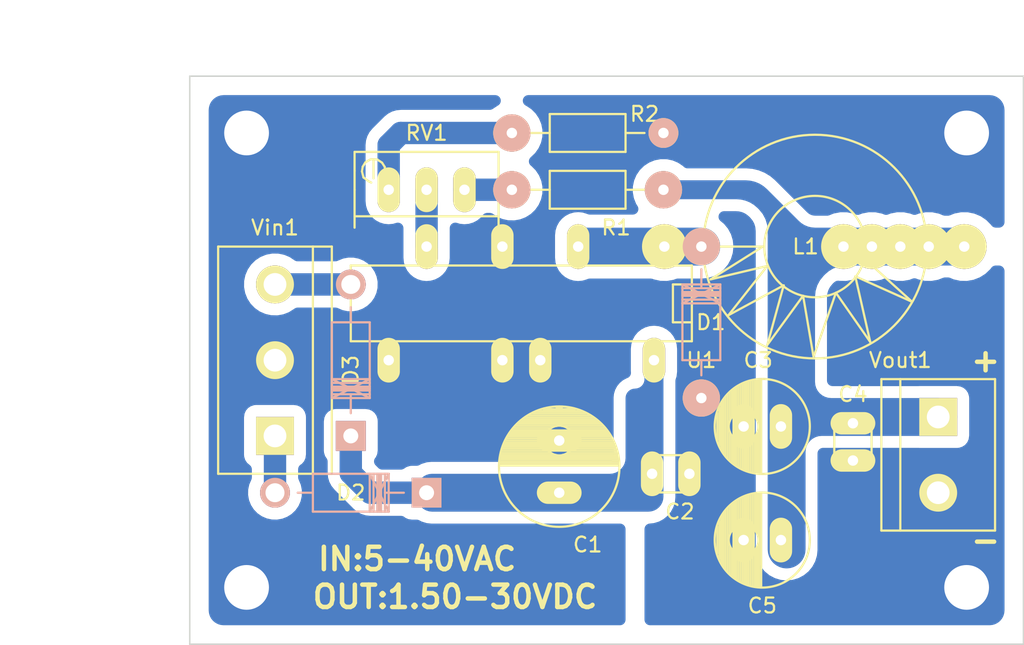
<source format=kicad_pcb>
(kicad_pcb (version 4) (host pcbnew "(after 2015-mar-04 BZR unknown)-product")

  (general
    (links 36)
    (no_connects 0)
    (area 85.28143 32.075 158.950046 77.69626)
    (thickness 1.6)
    (drawings 11)
    (tracks 10)
    (zones 0)
    (modules 23)
    (nets 10)
  )

  (page A4)
  (layers
    (0 F.Cu signal)
    (31 B.Cu signal)
    (32 B.Adhes user)
    (33 F.Adhes user)
    (34 B.Paste user)
    (35 F.Paste user)
    (36 B.SilkS user)
    (37 F.SilkS user)
    (38 B.Mask user)
    (39 F.Mask user)
    (40 Dwgs.User user)
    (41 Cmts.User user)
    (42 Eco1.User user)
    (43 Eco2.User user)
    (44 Edge.Cuts user)
    (45 Margin user)
    (46 B.CrtYd user)
    (47 F.CrtYd user)
    (48 B.Fab user)
    (49 F.Fab user hide)
  )

  (setup
    (last_trace_width 1.5)
    (trace_clearance 0.8)
    (zone_clearance 0.8)
    (zone_45_only no)
    (trace_min 0.7)
    (segment_width 0.2)
    (edge_width 0.1)
    (via_size 2)
    (via_drill 0.7)
    (via_min_size 1.5)
    (via_min_drill 0.3)
    (uvia_size 0.3)
    (uvia_drill 0.1)
    (uvias_allowed no)
    (uvia_min_size 0.2)
    (uvia_min_drill 0.1)
    (pcb_text_width 0.3)
    (pcb_text_size 1.5 1.5)
    (mod_edge_width 0.15)
    (mod_text_size 1 1)
    (mod_text_width 0.15)
    (pad_size 3 1.5)
    (pad_drill 0.7)
    (pad_to_mask_clearance 0)
    (aux_axis_origin 0 0)
    (grid_origin 101.6 71.12)
    (visible_elements 7FFEFF7F)
    (pcbplotparams
      (layerselection 0x01030_80000001)
      (usegerberextensions false)
      (excludeedgelayer true)
      (linewidth 0.100000)
      (plotframeref false)
      (viasonmask false)
      (mode 1)
      (useauxorigin false)
      (hpglpennumber 1)
      (hpglpenspeed 20)
      (hpglpendiameter 15)
      (hpglpenoverlay 2)
      (psnegative false)
      (psa4output false)
      (plotreference true)
      (plotvalue true)
      (plotinvisibletext false)
      (padsonsilk false)
      (subtractmaskfromsilk false)
      (outputformat 1)
      (mirror false)
      (drillshape 0)
      (scaleselection 1)
      (outputdirectory ""))
  )

  (net 0 "")
  (net 1 GND)
  (net 2 "Net-(C1-Pad1)")
  (net 3 "Net-(C3-Pad1)")
  (net 4 "Net-(D1-Pad2)")
  (net 5 "Net-(R1-Pad2)")
  (net 6 "Net-(R2-Pad1)")
  (net 7 "Net-(RV1-Pad2)")
  (net 8 "Net-(D2-Pad1)")
  (net 9 "Net-(D3-Pad1)")

  (net_class Default "This is the default net class."
    (clearance 0.8)
    (trace_width 1.5)
    (via_dia 2)
    (via_drill 0.7)
    (uvia_dia 0.3)
    (uvia_drill 0.1)
    (add_net GND)
    (add_net "Net-(C1-Pad1)")
    (add_net "Net-(C3-Pad1)")
    (add_net "Net-(D1-Pad2)")
    (add_net "Net-(D2-Pad1)")
    (add_net "Net-(D3-Pad1)")
    (add_net "Net-(R1-Pad2)")
    (add_net "Net-(R2-Pad1)")
    (add_net "Net-(RV1-Pad2)")
  )

  (module Connect:1pin (layer F.Cu) (tedit 5565C8D1) (tstamp 55677895)
    (at 145.415 48.26)
    (descr "module 1 pin (ou trou mecanique de percage)")
    (tags DEV)
    (fp_text reference REF** (at 0 -3.048) (layer F.SilkS) hide
      (effects (font (size 1 1) (thickness 0.15)))
    )
    (fp_text value 1pin (at 0 2.794) (layer F.Fab)
      (effects (font (size 1 1) (thickness 0.15)))
    )
    (pad 1 thru_hole circle (at 0 0) (size 2.99974 2.99974) (drill 0.7) (layers *.Cu *.Mask F.SilkS)
      (net 3 "Net-(C3-Pad1)"))
  )

  (module Connect:1pin (layer F.Cu) (tedit 5565C8C6) (tstamp 55677887)
    (at 147.32 48.26)
    (descr "module 1 pin (ou trou mecanique de percage)")
    (tags DEV)
    (fp_text reference REF** (at 0 -3.048) (layer F.SilkS) hide
      (effects (font (size 1 1) (thickness 0.15)))
    )
    (fp_text value 1pin (at 0 2.794) (layer F.Fab)
      (effects (font (size 1 1) (thickness 0.15)))
    )
    (pad 1 thru_hole circle (at 0 0) (size 2.99974 2.99974) (drill 0.7) (layers *.Cu *.Mask F.SilkS)
      (net 3 "Net-(C3-Pad1)"))
  )

  (module Connect:1pin (layer F.Cu) (tedit 5565C8BB) (tstamp 5567789A)
    (at 143.51 48.26)
    (descr "module 1 pin (ou trou mecanique de percage)")
    (tags DEV)
    (fp_text reference REF** (at 0 -3.048) (layer F.SilkS) hide
      (effects (font (size 1 1) (thickness 0.15)))
    )
    (fp_text value 1pin (at 0 2.794) (layer F.Fab)
      (effects (font (size 1 1) (thickness 0.15)))
    )
    (pad 1 thru_hole circle (at 0 0) (size 2.99974 2.99974) (drill 0.7) (layers *.Cu *.Mask F.SilkS)
      (net 3 "Net-(C3-Pad1)"))
  )

  (module Connect:1pin (layer F.Cu) (tedit 5565C8AF) (tstamp 5567789F)
    (at 141.605 48.26)
    (descr "module 1 pin (ou trou mecanique de percage)")
    (tags DEV)
    (fp_text reference REF** (at 0 -3.048) (layer F.SilkS) hide
      (effects (font (size 1 1) (thickness 0.15)))
    )
    (fp_text value 1pin (at 0 2.794) (layer F.Fab)
      (effects (font (size 1 1) (thickness 0.15)))
    )
    (pad 1 thru_hole circle (at 0 0) (size 2.99974 2.99974) (drill 0.7) (layers *.Cu *.Mask F.SilkS)
      (net 3 "Net-(C3-Pad1)"))
  )

  (module Diodes_ThroughHole:Diode_DO-41_SOD81_Horizontal_RM10 (layer B.Cu) (tedit 0) (tstamp 5567A31C)
    (at 108.585 55.88 270)
    (descr "Diode, DO-41, SOD81, Horizontal, RM 10mm,")
    (tags "Diode, DO-41, SOD81, Horizontal, RM 10mm, 1N4007, SB140,")
    (path /5564B2C0)
    (fp_text reference D3 (at 0.635 0 270) (layer F.SilkS)
      (effects (font (size 1 1) (thickness 0.15)))
    )
    (fp_text value D (at -1.016 3.556 270) (layer B.Fab)
      (effects (font (size 1 1) (thickness 0.15)) (justify mirror))
    )
    (fp_line (start -2.54 0) (end -3.556 0) (layer B.SilkS) (width 0.15))
    (fp_line (start 2.286 0) (end 3.556 0) (layer B.SilkS) (width 0.15))
    (fp_line (start 2.032 1.27) (end 2.032 -1.27) (layer B.SilkS) (width 0.15))
    (fp_line (start 1.778 1.27) (end 1.778 -1.27) (layer B.SilkS) (width 0.15))
    (fp_line (start 1.524 1.27) (end 1.524 -1.27) (layer B.SilkS) (width 0.15))
    (fp_line (start 2.286 1.27) (end 2.286 -1.27) (layer B.SilkS) (width 0.15))
    (fp_line (start 1.27 1.27) (end 2.54 -1.27) (layer B.SilkS) (width 0.15))
    (fp_line (start 2.54 1.27) (end 1.27 -1.27) (layer B.SilkS) (width 0.15))
    (fp_line (start 1.27 1.27) (end 1.27 -1.27) (layer B.SilkS) (width 0.15))
    (fp_line (start 1.905 1.27) (end 1.905 -1.27) (layer B.SilkS) (width 0.15))
    (fp_line (start 2.54 -1.27) (end 2.54 1.27) (layer B.SilkS) (width 0.15))
    (fp_line (start 2.54 1.27) (end -2.54 1.27) (layer B.SilkS) (width 0.15))
    (fp_line (start -2.54 1.27) (end -2.54 -1.27) (layer B.SilkS) (width 0.15))
    (fp_line (start -2.54 -1.27) (end 2.54 -1.27) (layer B.SilkS) (width 0.15))
    (pad 1 thru_hole circle (at -5.08 0 270) (size 1.99898 1.99898) (drill 1.27) (layers *.Cu *.Mask B.SilkS)
      (net 9 "Net-(D3-Pad1)"))
    (pad 2 thru_hole rect (at 5.08 0 270) (size 1.99898 1.99898) (drill 1.00076) (layers *.Cu *.Mask B.SilkS)
      (net 2 "Net-(C1-Pad1)"))
  )

  (module Mounting_Holes:MountingHole_3mm locked (layer F.Cu) (tedit 5532CFF2) (tstamp 5520B479)
    (at 149.86 40.64)
    (descr "Mounting hole, Befestigungsbohrung, 3mm, No Annular, Kein Restring,")
    (tags "Mounting hole, Befestigungsbohrung, 3mm, No Annular, Kein Restring,")
    (fp_text reference REF** (at 0 -4.0005) (layer F.SilkS) hide
      (effects (font (size 1 1) (thickness 0.15)))
    )
    (fp_text value MountingHole_3mm (at 0 -6.35) (layer F.Fab) hide
      (effects (font (size 1 1) (thickness 0.15)))
    )
    (fp_circle (center 0 0) (end 2.99974 0) (layer Cmts.User) (width 0.381))
    (pad 1 thru_hole circle (at 0 0) (size 2.99974 2.99974) (drill 2.99974) (layers B.Cu)
      (net 1 GND))
  )

  (module Diodes_ThroughHole:Diode_DO-41_SOD81_Horizontal_RM10 placed (layer B.Cu) (tedit 551FE7D7) (tstamp 551AFF1D)
    (at 132.08 53.34 90)
    (descr "Diode, DO-41, SOD81, Horizontal, RM 10mm,")
    (tags "Diode, DO-41, SOD81, Horizontal, RM 10mm, 1N4007, SB140,")
    (path /551AE766)
    (fp_text reference D1 (at 0 0.635 180) (layer F.SilkS)
      (effects (font (size 1 1) (thickness 0.15)))
    )
    (fp_text value D_Schottky (at 1.27 2.54 90) (layer B.Fab) hide
      (effects (font (size 1 1) (thickness 0.15)) (justify mirror))
    )
    (fp_line (start -2.54 0) (end -3.556 0) (layer B.SilkS) (width 0.15))
    (fp_line (start 2.286 0) (end 3.556 0) (layer B.SilkS) (width 0.15))
    (fp_line (start 2.032 1.27) (end 2.032 -1.27) (layer B.SilkS) (width 0.15))
    (fp_line (start 1.778 1.27) (end 1.778 -1.27) (layer B.SilkS) (width 0.15))
    (fp_line (start 1.524 1.27) (end 1.524 -1.27) (layer B.SilkS) (width 0.15))
    (fp_line (start 2.286 1.27) (end 2.286 -1.27) (layer B.SilkS) (width 0.15))
    (fp_line (start 1.27 1.27) (end 2.54 -1.27) (layer B.SilkS) (width 0.15))
    (fp_line (start 2.54 1.27) (end 1.27 -1.27) (layer B.SilkS) (width 0.15))
    (fp_line (start 1.27 1.27) (end 1.27 -1.27) (layer B.SilkS) (width 0.15))
    (fp_line (start 1.905 1.27) (end 1.905 -1.27) (layer B.SilkS) (width 0.15))
    (fp_line (start 2.54 -1.27) (end 2.54 1.27) (layer B.SilkS) (width 0.15))
    (fp_line (start 2.54 1.27) (end -2.54 1.27) (layer B.SilkS) (width 0.15))
    (fp_line (start -2.54 1.27) (end -2.54 -1.27) (layer B.SilkS) (width 0.15))
    (fp_line (start -2.54 -1.27) (end 2.54 -1.27) (layer B.SilkS) (width 0.15))
    (pad 1 thru_hole circle (at -5.08 0 90) (size 2.5 2.5) (drill 0.7) (layers *.Cu *.SilkS *.Mask)
      (net 1 GND))
    (pad 2 thru_hole circle (at 5.08 0 90) (size 2.5 2.5) (drill 0.7) (layers *.Cu *.SilkS *.Mask)
      (net 4 "Net-(D1-Pad2)"))
  )

  (module Choke_Toroid_ThroughHole:Choke_Toroid_horizontal_Diameter14mm_Amidon-T50 placed (layer F.Cu) (tedit 551DB0ED) (tstamp 551AFF23)
    (at 139.7 48.26)
    (descr "Choke, Inductance, Toroid, horizontal, laying, Diameter 14mm, Amidon T50,")
    (tags "Choke, Inductance, Toroid, horizontal, laying, Diameter 14mm, Amidon T50,")
    (path /551AE8A6)
    (fp_text reference L1 (at -0.635 0) (layer F.SilkS)
      (effects (font (size 1 1) (thickness 0.15)))
    )
    (fp_text value 220uH (at 9.652 -3.556) (layer F.Fab)
      (effects (font (size 1 1) (thickness 0.15)))
    )
    (fp_line (start -7.50062 0) (end -3.50012 0) (layer F.SilkS) (width 0.15))
    (fp_line (start -3.50012 0) (end -7.00024 2.19964) (layer F.SilkS) (width 0.15))
    (fp_line (start -7.00024 2.19964) (end -3.2004 1.30048) (layer F.SilkS) (width 0.15))
    (fp_line (start -3.2004 1.30048) (end -5.79882 4.59994) (layer F.SilkS) (width 0.15))
    (fp_line (start -5.79882 4.59994) (end -2.10058 2.60096) (layer F.SilkS) (width 0.15))
    (fp_line (start -2.10058 2.60096) (end -3.2004 6.59892) (layer F.SilkS) (width 0.15))
    (fp_line (start -3.2004 6.59892) (end -0.8001 3.29946) (layer F.SilkS) (width 0.15))
    (fp_line (start -0.8001 3.29946) (end -0.09906 7.39902) (layer F.SilkS) (width 0.15))
    (fp_line (start -0.09906 7.39902) (end 1.39954 3.0988) (layer F.SilkS) (width 0.15))
    (fp_line (start 1.39954 3.0988) (end 3.70078 6.4008) (layer F.SilkS) (width 0.15))
    (fp_line (start 3.70078 6.4008) (end 2.70002 1.99898) (layer F.SilkS) (width 0.15))
    (fp_line (start 2.70002 1.99898) (end 6.49986 3.70078) (layer F.SilkS) (width 0.15))
    (fp_line (start 6.49986 3.70078) (end 3.29946 0.8001) (layer F.SilkS) (width 0.15))
    (fp_line (start 3.29946 0.8001) (end 7.39902 1.09982) (layer F.SilkS) (width 0.15))
    (fp_line (start 7.39902 1.09982) (end 3.40106 -0.09906) (layer F.SilkS) (width 0.15))
    (fp_line (start 3.40106 -0.09906) (end 7.50062 0) (layer F.SilkS) (width 0.15))
    (fp_circle (center 0 0) (end 3.40106 0) (layer F.SilkS) (width 0.15))
    (fp_circle (center 0 0) (end 7.50062 0) (layer F.SilkS) (width 0.15))
    (fp_text user End (at 9.90092 2.54) (layer F.SilkS) hide
      (effects (font (size 1 1) (thickness 0.15)))
    )
    (fp_text user Start (at -10.16 -2.54) (layer F.SilkS) hide
      (effects (font (size 1 1) (thickness 0.15)))
    )
    (pad 1 thru_hole circle (at -10.09904 0) (size 2.99974 2.99974) (drill 0.7) (layers *.Cu *.Mask F.SilkS)
      (net 4 "Net-(D1-Pad2)"))
    (pad 2 thru_hole circle (at 9.99998 0) (size 2.99974 2.99974) (drill 0.7) (layers *.Cu *.Mask F.SilkS)
      (net 3 "Net-(C3-Pad1)"))
  )

  (module Resistors_ThroughHole:Resistor_Horizontal_RM10mm placed (layer F.Cu) (tedit 551EE762) (tstamp 551AFF35)
    (at 124.46 44.45 180)
    (descr "Resistor, Axial,  RM 10mm, 1/3W,")
    (tags "Resistor, Axial, RM 10mm, 1/3W,")
    (path /551AF772)
    (fp_text reference R1 (at -1.905 -2.54 180) (layer F.SilkS)
      (effects (font (size 1 1) (thickness 0.15)))
    )
    (fp_text value R (at -3.81 6.35 180) (layer F.Fab) hide
      (effects (font (size 1 1) (thickness 0.15)))
    )
    (fp_line (start -2.54 -1.27) (end 2.54 -1.27) (layer F.SilkS) (width 0.15))
    (fp_line (start 2.54 -1.27) (end 2.54 1.27) (layer F.SilkS) (width 0.15))
    (fp_line (start 2.54 1.27) (end -2.54 1.27) (layer F.SilkS) (width 0.15))
    (fp_line (start -2.54 1.27) (end -2.54 -1.27) (layer F.SilkS) (width 0.15))
    (fp_line (start -2.54 0) (end -3.81 0) (layer F.SilkS) (width 0.15))
    (fp_line (start 2.54 0) (end 3.81 0) (layer F.SilkS) (width 0.15))
    (pad 1 thru_hole circle (at -5.08 0 180) (size 2.5 2.5) (drill 0.7) (layers *.Cu *.SilkS *.Mask)
      (net 3 "Net-(C3-Pad1)"))
    (pad 2 thru_hole circle (at 5.08 0 180) (size 2.5 2.5) (drill 0.7) (layers *.Cu *.SilkS *.Mask)
      (net 5 "Net-(R1-Pad2)"))
    (model Resistors_ThroughHole.3dshapes/Resistor_Horizontal_RM10mm.wrl
      (at (xyz 0 0 0))
      (scale (xyz 0.4 0.4 0.4))
      (rotate (xyz 0 0 0))
    )
  )

  (module Potentiometers:Potentiometer_Bourns_3296W_3-8Zoll_Inline_ScrewUp placed (layer F.Cu) (tedit 551EE75F) (tstamp 551AFF42)
    (at 111.125 44.45 270)
    (descr "3296, 3/8, Square, Trimpot, Trimming, Potentiometer, Bourns")
    (tags "3296, 3/8, Square, Trimpot, Trimming, Potentiometer, Bourns")
    (path /551AF60F)
    (fp_text reference RV1 (at -3.81 -2.54 360) (layer F.SilkS)
      (effects (font (size 1 1) (thickness 0.15)))
    )
    (fp_text value POT (at 1.27 5.08 270) (layer F.Fab) hide
      (effects (font (size 1 1) (thickness 0.15)))
    )
    (fp_line (start -2.032 1.016) (end -0.762 1.016) (layer F.SilkS) (width 0.15))
    (fp_line (start -1.2827 0.2286) (end -1.5367 0.2667) (layer F.SilkS) (width 0.15))
    (fp_line (start -1.5367 0.2667) (end -1.8161 0.4445) (layer F.SilkS) (width 0.15))
    (fp_line (start -1.8161 0.4445) (end -2.032 0.762) (layer F.SilkS) (width 0.15))
    (fp_line (start -2.032 0.762) (end -2.0447 1.2065) (layer F.SilkS) (width 0.15))
    (fp_line (start -2.0447 1.2065) (end -1.8415 1.5621) (layer F.SilkS) (width 0.15))
    (fp_line (start -1.8415 1.5621) (end -1.5494 1.7399) (layer F.SilkS) (width 0.15))
    (fp_line (start -1.5494 1.7399) (end -1.2319 1.7907) (layer F.SilkS) (width 0.15))
    (fp_line (start -1.2319 1.7907) (end -0.8255 1.6891) (layer F.SilkS) (width 0.15))
    (fp_line (start -0.8255 1.6891) (end -0.5715 1.3462) (layer F.SilkS) (width 0.15))
    (fp_line (start -0.5715 1.3462) (end -0.4826 1.1684) (layer F.SilkS) (width 0.15))
    (fp_line (start 1.778 -7.366) (end 1.778 2.286) (layer F.SilkS) (width 0.15))
    (fp_line (start -1.27 2.286) (end -2.54 2.286) (layer F.SilkS) (width 0.15))
    (fp_line (start -2.54 2.286) (end -2.54 -7.366) (layer F.SilkS) (width 0.15))
    (fp_line (start -2.54 -7.366) (end 2.54 -7.366) (layer F.SilkS) (width 0.15))
    (fp_line (start 2.54 2.286) (end 0 2.286) (layer F.SilkS) (width 0.15))
    (fp_line (start 0 2.286) (end -1.27 2.286) (layer F.SilkS) (width 0.15))
    (pad 2 thru_hole oval (at 0 -2.54 270) (size 3 1.5) (drill 0.7) (layers *.Cu *.Mask F.SilkS)
      (net 7 "Net-(RV1-Pad2)"))
    (pad 3 thru_hole oval (at 0 -5.08 270) (size 3 1.5) (drill 0.7) (layers *.Cu *.Mask F.SilkS)
      (net 5 "Net-(R1-Pad2)"))
    (pad 1 thru_hole oval (at 0 0 270) (size 3 1.5) (drill 0.7) (layers *.Cu *.Mask F.SilkS)
      (net 6 "Net-(R2-Pad1)"))
    (model Potentiometers.3dshapes/Potentiometer_Bourns_3296W_3-8Zoll_Inline_ScrewUp.wrl
      (at (xyz 0 0 0))
      (scale (xyz 1 1 1))
      (rotate (xyz 0 0 0))
    )
  )

  (module Housings_DIP:DIP-16__300_ELL placed (layer F.Cu) (tedit 551EE750) (tstamp 551AFF56)
    (at 120.015 52.07 180)
    (descr "16 pins DIL package, elliptical pads")
    (tags DIL)
    (path /551AE710)
    (fp_text reference U1 (at -12.065 -3.81 180) (layer F.SilkS)
      (effects (font (size 1 1) (thickness 0.15)))
    )
    (fp_text value TL2575 (at 1.27 0 180) (layer F.Fab)
      (effects (font (size 1 1) (thickness 0.15)))
    )
    (fp_line (start -11.43 -1.27) (end -11.43 -1.27) (layer F.SilkS) (width 0.15))
    (fp_line (start -11.43 -1.27) (end -10.16 -1.27) (layer F.SilkS) (width 0.15))
    (fp_line (start -10.16 -1.27) (end -10.16 1.27) (layer F.SilkS) (width 0.15))
    (fp_line (start -10.16 1.27) (end -11.43 1.27) (layer F.SilkS) (width 0.15))
    (fp_line (start -11.43 -2.54) (end 11.43 -2.54) (layer F.SilkS) (width 0.15))
    (fp_line (start 11.43 -2.54) (end 11.43 2.54) (layer F.SilkS) (width 0.15))
    (fp_line (start 11.43 2.54) (end -11.43 2.54) (layer F.SilkS) (width 0.15))
    (fp_line (start -11.43 2.54) (end -11.43 -2.54) (layer F.SilkS) (width 0.15))
    (pad 3 thru_hole oval (at -3.81 3.81 270) (size 3 1.5) (drill 0.7) (layers *.Cu *.Mask F.SilkS)
      (net 4 "Net-(D1-Pad2)"))
    (pad 5 thru_hole oval (at 1.27 3.81 270) (size 3 1.5) (drill 0.7) (layers *.Cu *.Mask F.SilkS)
      (net 1 GND))
    (pad 7 thru_hole oval (at 6.35 3.81 270) (size 3 1.5) (drill 0.7) (layers *.Cu *.Mask F.SilkS)
      (net 7 "Net-(RV1-Pad2)"))
    (pad 9 thru_hole oval (at 8.89 -3.81 270) (size 3 1.5) (drill 0.7) (layers *.Cu *.Mask F.SilkS)
      (net 1 GND))
    (pad 12 thru_hole oval (at 1.27 -3.81 270) (size 3 1.5) (drill 0.7) (layers *.Cu *.Mask F.SilkS)
      (net 1 GND))
    (pad 13 thru_hole oval (at -1.27 -3.81 270) (size 3 1.5) (drill 0.7) (layers *.Cu *.Mask F.SilkS)
      (net 1 GND))
    (pad 16 thru_hole oval (at -8.89 -3.81 270) (size 3 1.5) (drill 0.7) (layers *.Cu *.Mask F.SilkS)
      (net 2 "Net-(C1-Pad1)"))
    (model Sockets_DIP.3dshapes/DIP-16__300_ELL.wrl
      (at (xyz 0 0 0))
      (scale (xyz 1 1 1))
      (rotate (xyz 0 0 0))
    )
  )

  (module Resistors_ThroughHole:Resistor_Horizontal_RM10mm (layer F.Cu) (tedit 5565CA61) (tstamp 551AFF3B)
    (at 124.46 40.64)
    (descr "Resistor, Axial,  RM 10mm, 1/3W,")
    (tags "Resistor, Axial, RM 10mm, 1/3W,")
    (path /551AF7F2)
    (fp_text reference R2 (at 3.81 -1.27) (layer F.SilkS)
      (effects (font (size 1 1) (thickness 0.15)))
    )
    (fp_text value R (at 3.81 3.81) (layer F.Fab) hide
      (effects (font (size 1 1) (thickness 0.15)))
    )
    (fp_line (start -2.54 -1.27) (end 2.54 -1.27) (layer F.SilkS) (width 0.15))
    (fp_line (start 2.54 -1.27) (end 2.54 1.27) (layer F.SilkS) (width 0.15))
    (fp_line (start 2.54 1.27) (end -2.54 1.27) (layer F.SilkS) (width 0.15))
    (fp_line (start -2.54 1.27) (end -2.54 -1.27) (layer F.SilkS) (width 0.15))
    (fp_line (start -2.54 0) (end -3.81 0) (layer F.SilkS) (width 0.15))
    (fp_line (start 2.54 0) (end 3.81 0) (layer F.SilkS) (width 0.15))
    (pad 1 thru_hole circle (at -5.08 0) (size 2.5 2.5) (drill 0.7) (layers *.Cu *.SilkS *.Mask)
      (net 6 "Net-(R2-Pad1)"))
    (pad 2 thru_hole circle (at 5.08 0) (size 2 2) (drill 0.7) (layers *.Cu *.SilkS *.Mask)
      (net 1 GND))
    (model Resistors_ThroughHole.3dshapes/Resistor_Horizontal_RM10mm.wrl
      (at (xyz 0 0 0))
      (scale (xyz 0.4 0.4 0.4))
      (rotate (xyz 0 0 0))
    )
  )

  (module Capacitors_ThroughHole:C_Radial_D8_L11.5_P3.5 (layer F.Cu) (tedit 551DB1A4) (tstamp 55223924)
    (at 122.555 64.77 90)
    (descr "Radial Electrolytic Capacitor Diameter 8mm x Length 11.5mm, Pitch 3.5mm")
    (tags "Electrolytic Capacitor")
    (path /551AED83)
    (fp_text reference C1 (at -3.485 1.905 180) (layer F.SilkS)
      (effects (font (size 1 1) (thickness 0.15)))
    )
    (fp_text value 3300uF (at 6.858 0.254 180) (layer F.Fab)
      (effects (font (size 1 1) (thickness 0.15)))
    )
    (fp_line (start 1.825 -3.999) (end 1.825 3.999) (layer F.SilkS) (width 0.15))
    (fp_line (start 1.965 -3.994) (end 1.965 3.994) (layer F.SilkS) (width 0.15))
    (fp_line (start 2.105 -3.984) (end 2.105 3.984) (layer F.SilkS) (width 0.15))
    (fp_line (start 2.245 -3.969) (end 2.245 3.969) (layer F.SilkS) (width 0.15))
    (fp_line (start 2.385 -3.949) (end 2.385 3.949) (layer F.SilkS) (width 0.15))
    (fp_line (start 2.525 -3.924) (end 2.525 -0.222) (layer F.SilkS) (width 0.15))
    (fp_line (start 2.525 0.222) (end 2.525 3.924) (layer F.SilkS) (width 0.15))
    (fp_line (start 2.665 -3.894) (end 2.665 -0.55) (layer F.SilkS) (width 0.15))
    (fp_line (start 2.665 0.55) (end 2.665 3.894) (layer F.SilkS) (width 0.15))
    (fp_line (start 2.805 -3.858) (end 2.805 -0.719) (layer F.SilkS) (width 0.15))
    (fp_line (start 2.805 0.719) (end 2.805 3.858) (layer F.SilkS) (width 0.15))
    (fp_line (start 2.945 -3.817) (end 2.945 -0.832) (layer F.SilkS) (width 0.15))
    (fp_line (start 2.945 0.832) (end 2.945 3.817) (layer F.SilkS) (width 0.15))
    (fp_line (start 3.085 -3.771) (end 3.085 -0.91) (layer F.SilkS) (width 0.15))
    (fp_line (start 3.085 0.91) (end 3.085 3.771) (layer F.SilkS) (width 0.15))
    (fp_line (start 3.225 -3.718) (end 3.225 -0.961) (layer F.SilkS) (width 0.15))
    (fp_line (start 3.225 0.961) (end 3.225 3.718) (layer F.SilkS) (width 0.15))
    (fp_line (start 3.365 -3.659) (end 3.365 -0.991) (layer F.SilkS) (width 0.15))
    (fp_line (start 3.365 0.991) (end 3.365 3.659) (layer F.SilkS) (width 0.15))
    (fp_line (start 3.505 -3.594) (end 3.505 -1) (layer F.SilkS) (width 0.15))
    (fp_line (start 3.505 1) (end 3.505 3.594) (layer F.SilkS) (width 0.15))
    (fp_line (start 3.645 -3.523) (end 3.645 -0.989) (layer F.SilkS) (width 0.15))
    (fp_line (start 3.645 0.989) (end 3.645 3.523) (layer F.SilkS) (width 0.15))
    (fp_line (start 3.785 -3.444) (end 3.785 -0.959) (layer F.SilkS) (width 0.15))
    (fp_line (start 3.785 0.959) (end 3.785 3.444) (layer F.SilkS) (width 0.15))
    (fp_line (start 3.925 -3.357) (end 3.925 -0.905) (layer F.SilkS) (width 0.15))
    (fp_line (start 3.925 0.905) (end 3.925 3.357) (layer F.SilkS) (width 0.15))
    (fp_line (start 4.065 -3.262) (end 4.065 -0.825) (layer F.SilkS) (width 0.15))
    (fp_line (start 4.065 0.825) (end 4.065 3.262) (layer F.SilkS) (width 0.15))
    (fp_line (start 4.205 -3.158) (end 4.205 -0.709) (layer F.SilkS) (width 0.15))
    (fp_line (start 4.205 0.709) (end 4.205 3.158) (layer F.SilkS) (width 0.15))
    (fp_line (start 4.345 -3.044) (end 4.345 -0.535) (layer F.SilkS) (width 0.15))
    (fp_line (start 4.345 0.535) (end 4.345 3.044) (layer F.SilkS) (width 0.15))
    (fp_line (start 4.485 -2.919) (end 4.485 -0.173) (layer F.SilkS) (width 0.15))
    (fp_line (start 4.485 0.173) (end 4.485 2.919) (layer F.SilkS) (width 0.15))
    (fp_line (start 4.625 -2.781) (end 4.625 2.781) (layer F.SilkS) (width 0.15))
    (fp_line (start 4.765 -2.629) (end 4.765 2.629) (layer F.SilkS) (width 0.15))
    (fp_line (start 4.905 -2.459) (end 4.905 2.459) (layer F.SilkS) (width 0.15))
    (fp_line (start 5.045 -2.268) (end 5.045 2.268) (layer F.SilkS) (width 0.15))
    (fp_line (start 5.185 -2.05) (end 5.185 2.05) (layer F.SilkS) (width 0.15))
    (fp_line (start 5.325 -1.794) (end 5.325 1.794) (layer F.SilkS) (width 0.15))
    (fp_line (start 5.465 -1.483) (end 5.465 1.483) (layer F.SilkS) (width 0.15))
    (fp_line (start 5.605 -1.067) (end 5.605 1.067) (layer F.SilkS) (width 0.15))
    (fp_line (start 5.745 -0.2) (end 5.745 0.2) (layer F.SilkS) (width 0.15))
    (fp_circle (center 3.5 0) (end 3.5 -1) (layer F.SilkS) (width 0.15))
    (fp_circle (center 1.75 0) (end 1.75 -4.0375) (layer F.SilkS) (width 0.15))
    (fp_circle (center 1.75 0) (end 1.75 -4.3) (layer F.CrtYd) (width 0.05))
    (pad 2 thru_hole oval (at 3.5 0 180) (size 3 1.5) (drill 0.7) (layers *.Cu *.Mask F.SilkS)
      (net 1 GND))
    (pad 1 thru_hole oval (at 0 0 180) (size 3 1.5) (drill 0.7) (layers *.Cu *.Mask F.SilkS)
      (net 2 "Net-(C1-Pad1)"))
    (model Capacitors_ThroughHole.3dshapes/C_Radial_D8_L11.5_P3.5.wrl
      (at (xyz 0 0 0))
      (scale (xyz 1 1 1))
      (rotate (xyz 0 0 0))
    )
  )

  (module Capacitors_ThroughHole:C_Radial_D6.3_L11.2_P2.5 (layer F.Cu) (tedit 551EE1DF) (tstamp 55223963)
    (at 137.414 60.325 180)
    (descr "Radial Electrolytic Capacitor, Diameter 6.3mm x Length 11.2mm, Pitch 2.5mm")
    (tags "Electrolytic Capacitor")
    (path /551AED38)
    (fp_text reference C3 (at 1.524 4.445 180) (layer F.SilkS)
      (effects (font (size 1 1) (thickness 0.15)))
    )
    (fp_text value 100uF (at -3.556 3.048 180) (layer F.Fab)
      (effects (font (size 1 1) (thickness 0.15)))
    )
    (fp_line (start 1.325 -3.149) (end 1.325 3.149) (layer F.SilkS) (width 0.15))
    (fp_line (start 1.465 -3.143) (end 1.465 3.143) (layer F.SilkS) (width 0.15))
    (fp_line (start 1.605 -3.13) (end 1.605 -0.446) (layer F.SilkS) (width 0.15))
    (fp_line (start 1.605 0.446) (end 1.605 3.13) (layer F.SilkS) (width 0.15))
    (fp_line (start 1.745 -3.111) (end 1.745 -0.656) (layer F.SilkS) (width 0.15))
    (fp_line (start 1.745 0.656) (end 1.745 3.111) (layer F.SilkS) (width 0.15))
    (fp_line (start 1.885 -3.085) (end 1.885 -0.789) (layer F.SilkS) (width 0.15))
    (fp_line (start 1.885 0.789) (end 1.885 3.085) (layer F.SilkS) (width 0.15))
    (fp_line (start 2.025 -3.053) (end 2.025 -0.88) (layer F.SilkS) (width 0.15))
    (fp_line (start 2.025 0.88) (end 2.025 3.053) (layer F.SilkS) (width 0.15))
    (fp_line (start 2.165 -3.014) (end 2.165 -0.942) (layer F.SilkS) (width 0.15))
    (fp_line (start 2.165 0.942) (end 2.165 3.014) (layer F.SilkS) (width 0.15))
    (fp_line (start 2.305 -2.968) (end 2.305 -0.981) (layer F.SilkS) (width 0.15))
    (fp_line (start 2.305 0.981) (end 2.305 2.968) (layer F.SilkS) (width 0.15))
    (fp_line (start 2.445 -2.915) (end 2.445 -0.998) (layer F.SilkS) (width 0.15))
    (fp_line (start 2.445 0.998) (end 2.445 2.915) (layer F.SilkS) (width 0.15))
    (fp_line (start 2.585 -2.853) (end 2.585 -0.996) (layer F.SilkS) (width 0.15))
    (fp_line (start 2.585 0.996) (end 2.585 2.853) (layer F.SilkS) (width 0.15))
    (fp_line (start 2.725 -2.783) (end 2.725 -0.974) (layer F.SilkS) (width 0.15))
    (fp_line (start 2.725 0.974) (end 2.725 2.783) (layer F.SilkS) (width 0.15))
    (fp_line (start 2.865 -2.704) (end 2.865 -0.931) (layer F.SilkS) (width 0.15))
    (fp_line (start 2.865 0.931) (end 2.865 2.704) (layer F.SilkS) (width 0.15))
    (fp_line (start 3.005 -2.616) (end 3.005 -0.863) (layer F.SilkS) (width 0.15))
    (fp_line (start 3.005 0.863) (end 3.005 2.616) (layer F.SilkS) (width 0.15))
    (fp_line (start 3.145 -2.516) (end 3.145 -0.764) (layer F.SilkS) (width 0.15))
    (fp_line (start 3.145 0.764) (end 3.145 2.516) (layer F.SilkS) (width 0.15))
    (fp_line (start 3.285 -2.404) (end 3.285 -0.619) (layer F.SilkS) (width 0.15))
    (fp_line (start 3.285 0.619) (end 3.285 2.404) (layer F.SilkS) (width 0.15))
    (fp_line (start 3.425 -2.279) (end 3.425 -0.38) (layer F.SilkS) (width 0.15))
    (fp_line (start 3.425 0.38) (end 3.425 2.279) (layer F.SilkS) (width 0.15))
    (fp_line (start 3.565 -2.136) (end 3.565 2.136) (layer F.SilkS) (width 0.15))
    (fp_line (start 3.705 -1.974) (end 3.705 1.974) (layer F.SilkS) (width 0.15))
    (fp_line (start 3.845 -1.786) (end 3.845 1.786) (layer F.SilkS) (width 0.15))
    (fp_line (start 3.985 -1.563) (end 3.985 1.563) (layer F.SilkS) (width 0.15))
    (fp_line (start 4.125 -1.287) (end 4.125 1.287) (layer F.SilkS) (width 0.15))
    (fp_line (start 4.265 -0.912) (end 4.265 0.912) (layer F.SilkS) (width 0.15))
    (fp_circle (center 2.5 0) (end 2.5 -1) (layer F.SilkS) (width 0.15))
    (fp_circle (center 1.25 0) (end 1.25 -3.1875) (layer F.SilkS) (width 0.15))
    (fp_circle (center 1.25 0) (end 1.25 -3.4) (layer F.CrtYd) (width 0.05))
    (pad 2 thru_hole oval (at 2.5 0 270) (size 3 1.5) (drill 0.7) (layers *.Cu *.Mask F.SilkS)
      (net 1 GND))
    (pad 1 thru_hole oval (at 0 0 270) (size 3 1.5) (drill 0.7) (layers *.Cu *.Mask F.SilkS)
      (net 3 "Net-(C3-Pad1)"))
    (model Capacitors_ThroughHole.3dshapes/C_Radial_D6.3_L11.2_P2.5.wrl
      (at (xyz 0 0 0))
      (scale (xyz 1 1 1))
      (rotate (xyz 0 0 0))
    )
  )

  (module Capacitors_ThroughHole:C_Disc_D3_P2.5 (layer F.Cu) (tedit 551DB191) (tstamp 5523D76D)
    (at 128.778 63.5)
    (descr "Capacitor 3mm Disc, Pitch 2.5mm")
    (tags Capacitor)
    (path /551AEDE2)
    (fp_text reference C2 (at 1.865 2.54) (layer F.SilkS)
      (effects (font (size 1 1) (thickness 0.15)))
    )
    (fp_text value 100nF (at 6.858 -0.254 90) (layer F.Fab)
      (effects (font (size 1 1) (thickness 0.15)))
    )
    (fp_line (start -0.9 -1.5) (end 3.4 -1.5) (layer F.CrtYd) (width 0.05))
    (fp_line (start 3.4 -1.5) (end 3.4 1.5) (layer F.CrtYd) (width 0.05))
    (fp_line (start 3.4 1.5) (end -0.9 1.5) (layer F.CrtYd) (width 0.05))
    (fp_line (start -0.9 1.5) (end -0.9 -1.5) (layer F.CrtYd) (width 0.05))
    (fp_line (start -0.25 -1.25) (end 2.75 -1.25) (layer F.SilkS) (width 0.15))
    (fp_line (start 2.75 1.25) (end -0.25 1.25) (layer F.SilkS) (width 0.15))
    (pad 1 thru_hole oval (at 0 0 90) (size 3 1.5) (drill 0.7) (layers *.Cu *.Mask F.SilkS)
      (net 2 "Net-(C1-Pad1)"))
    (pad 2 thru_hole oval (at 2.5 0 90) (size 3 1.5) (drill 0.7) (layers *.Cu *.Mask F.SilkS)
      (net 1 GND))
    (model Capacitors_ThroughHole.3dshapes/C_Disc_D3_P2.5.wrl
      (at (xyz 0.0492126 0 0))
      (scale (xyz 1 1 1))
      (rotate (xyz 0 0 0))
    )
  )

  (module Capacitors_ThroughHole:C_Disc_D3_P2.5 (layer F.Cu) (tedit 551DB1AC) (tstamp 5523D778)
    (at 142.24 60.111 270)
    (descr "Capacitor 3mm Disc, Pitch 2.5mm")
    (tags Capacitor)
    (path /551AEDA3)
    (fp_text reference C4 (at -1.945 0 360) (layer F.SilkS)
      (effects (font (size 1 1) (thickness 0.15)))
    )
    (fp_text value 100nF (at 1.016 -4.318 270) (layer F.Fab)
      (effects (font (size 1 1) (thickness 0.15)))
    )
    (fp_line (start -0.9 -1.5) (end 3.4 -1.5) (layer F.CrtYd) (width 0.05))
    (fp_line (start 3.4 -1.5) (end 3.4 1.5) (layer F.CrtYd) (width 0.05))
    (fp_line (start 3.4 1.5) (end -0.9 1.5) (layer F.CrtYd) (width 0.05))
    (fp_line (start -0.9 1.5) (end -0.9 -1.5) (layer F.CrtYd) (width 0.05))
    (fp_line (start -0.25 -1.25) (end 2.75 -1.25) (layer F.SilkS) (width 0.15))
    (fp_line (start 2.75 1.25) (end -0.25 1.25) (layer F.SilkS) (width 0.15))
    (pad 1 thru_hole oval (at 0 0) (size 3 1.5) (drill 0.7) (layers *.Cu *.Mask F.SilkS)
      (net 3 "Net-(C3-Pad1)"))
    (pad 2 thru_hole oval (at 2.5 0) (size 3 1.5) (drill 0.7) (layers *.Cu *.Mask F.SilkS)
      (net 1 GND))
    (model Capacitors_ThroughHole.3dshapes/C_Disc_D3_P2.5.wrl
      (at (xyz 0.0492126 0 0))
      (scale (xyz 1 1 1))
      (rotate (xyz 0 0 0))
    )
  )

  (module Mounting_Holes:MountingHole_3mm locked (layer F.Cu) (tedit 5532CFF9) (tstamp 5520B46E)
    (at 101.6 71.12)
    (descr "Mounting hole, Befestigungsbohrung, 3mm, No Annular, Kein Restring,")
    (tags "Mounting hole, Befestigungsbohrung, 3mm, No Annular, Kein Restring,")
    (fp_text reference REF** (at 0 3.81) (layer F.SilkS) hide
      (effects (font (size 1 1) (thickness 0.15)))
    )
    (fp_text value MountingHole_3mm (at 1.00076 5.00126) (layer F.Fab) hide
      (effects (font (size 1 1) (thickness 0.15)))
    )
    (fp_circle (center 0 0) (end 2.99974 0) (layer Cmts.User) (width 0.381))
    (pad 1 thru_hole circle (at 0 0) (size 2.99974 2.99974) (drill 2.99974) (layers B.Cu)
      (net 1 GND))
  )

  (module Mounting_Holes:MountingHole_3mm locked (layer F.Cu) (tedit 5532CFF0) (tstamp 5520B48F)
    (at 101.6 40.64)
    (descr "Mounting hole, Befestigungsbohrung, 3mm, No Annular, Kein Restring,")
    (tags "Mounting hole, Befestigungsbohrung, 3mm, No Annular, Kein Restring,")
    (fp_text reference REF** (at 0 -4.0005) (layer F.SilkS) hide
      (effects (font (size 1 1) (thickness 0.15)))
    )
    (fp_text value MountingHole_3mm (at 1.27 -6.35) (layer F.Fab) hide
      (effects (font (size 1 1) (thickness 0.15)))
    )
    (fp_circle (center 0 0) (end 2.99974 0) (layer Cmts.User) (width 0.381))
    (pad 1 thru_hole circle (at 0 0) (size 2.99974 2.99974) (drill 2.99974) (layers B.Cu)
      (net 1 GND))
  )

  (module Mounting_Holes:MountingHole_3mm locked (layer F.Cu) (tedit 5532CFF6) (tstamp 5520B49A)
    (at 149.86 71.12)
    (descr "Mounting hole, Befestigungsbohrung, 3mm, No Annular, Kein Restring,")
    (tags "Mounting hole, Befestigungsbohrung, 3mm, No Annular, Kein Restring,")
    (fp_text reference REF** (at 0 3.81) (layer F.SilkS) hide
      (effects (font (size 1 1) (thickness 0.15)))
    )
    (fp_text value MountingHole_3mm (at 1.00076 5.00126) (layer F.Fab) hide
      (effects (font (size 1 1) (thickness 0.15)))
    )
    (fp_circle (center 0 0) (end 2.99974 0) (layer Cmts.User) (width 0.381))
    (pad 1 thru_hole circle (at 0 0) (size 2.99974 2.99974) (drill 2.99974) (layers B.Cu)
      (net 1 GND))
  )

  (module Diodes_ThroughHole:Diode_DO-41_SOD81_Horizontal_RM10 (layer B.Cu) (tedit 0) (tstamp 5567A308)
    (at 108.585 64.77)
    (descr "Diode, DO-41, SOD81, Horizontal, RM 10mm,")
    (tags "Diode, DO-41, SOD81, Horizontal, RM 10mm, 1N4007, SB140,")
    (path /5564B16C)
    (fp_text reference D2 (at 0 0) (layer F.SilkS)
      (effects (font (size 1 1) (thickness 0.15)))
    )
    (fp_text value D (at -1.016 3.556) (layer B.Fab)
      (effects (font (size 1 1) (thickness 0.15)) (justify mirror))
    )
    (fp_line (start -2.54 0) (end -3.556 0) (layer B.SilkS) (width 0.15))
    (fp_line (start 2.286 0) (end 3.556 0) (layer B.SilkS) (width 0.15))
    (fp_line (start 2.032 1.27) (end 2.032 -1.27) (layer B.SilkS) (width 0.15))
    (fp_line (start 1.778 1.27) (end 1.778 -1.27) (layer B.SilkS) (width 0.15))
    (fp_line (start 1.524 1.27) (end 1.524 -1.27) (layer B.SilkS) (width 0.15))
    (fp_line (start 2.286 1.27) (end 2.286 -1.27) (layer B.SilkS) (width 0.15))
    (fp_line (start 1.27 1.27) (end 2.54 -1.27) (layer B.SilkS) (width 0.15))
    (fp_line (start 2.54 1.27) (end 1.27 -1.27) (layer B.SilkS) (width 0.15))
    (fp_line (start 1.27 1.27) (end 1.27 -1.27) (layer B.SilkS) (width 0.15))
    (fp_line (start 1.905 1.27) (end 1.905 -1.27) (layer B.SilkS) (width 0.15))
    (fp_line (start 2.54 -1.27) (end 2.54 1.27) (layer B.SilkS) (width 0.15))
    (fp_line (start 2.54 1.27) (end -2.54 1.27) (layer B.SilkS) (width 0.15))
    (fp_line (start -2.54 1.27) (end -2.54 -1.27) (layer B.SilkS) (width 0.15))
    (fp_line (start -2.54 -1.27) (end 2.54 -1.27) (layer B.SilkS) (width 0.15))
    (pad 1 thru_hole circle (at -5.08 0) (size 1.99898 1.99898) (drill 1.27) (layers *.Cu *.Mask B.SilkS)
      (net 8 "Net-(D2-Pad1)"))
    (pad 2 thru_hole rect (at 5.08 0) (size 1.99898 1.99898) (drill 1.00076) (layers *.Cu *.Mask B.SilkS)
      (net 2 "Net-(C1-Pad1)"))
  )

  (module Connect:bornier3 (layer F.Cu) (tedit 0) (tstamp 5564E62B)
    (at 103.505 55.88 90)
    (descr "Bornier d'alimentation 3 pins")
    (tags DEV)
    (path /5564AF0F)
    (fp_text reference Vin1 (at 8.89 0 360) (layer F.SilkS)
      (effects (font (size 1 1) (thickness 0.15)))
    )
    (fp_text value CONN_01X03 (at 0 5.08 90) (layer F.Fab)
      (effects (font (size 1 1) (thickness 0.15)))
    )
    (fp_line (start -7.62 3.81) (end -7.62 -3.81) (layer F.SilkS) (width 0.15))
    (fp_line (start 7.62 3.81) (end 7.62 -3.81) (layer F.SilkS) (width 0.15))
    (fp_line (start -7.62 2.54) (end 7.62 2.54) (layer F.SilkS) (width 0.15))
    (fp_line (start -7.62 -3.81) (end 7.62 -3.81) (layer F.SilkS) (width 0.15))
    (fp_line (start -7.62 3.81) (end 7.62 3.81) (layer F.SilkS) (width 0.15))
    (pad 1 thru_hole rect (at -5.08 0 90) (size 2.54 2.54) (drill 1.524) (layers *.Cu *.Mask F.SilkS)
      (net 8 "Net-(D2-Pad1)"))
    (pad 2 thru_hole circle (at 0 0 90) (size 2.54 2.54) (drill 1.524) (layers *.Cu *.Mask F.SilkS)
      (net 1 GND))
    (pad 3 thru_hole circle (at 5.08 0 90) (size 2.54 2.54) (drill 1.524) (layers *.Cu *.Mask F.SilkS)
      (net 9 "Net-(D3-Pad1)"))
    (model Connect.3dshapes/bornier3.wrl
      (at (xyz 0 0 0))
      (scale (xyz 1 1 1))
      (rotate (xyz 0 0 0))
    )
  )

  (module Connect:bornier2 (layer F.Cu) (tedit 0) (tstamp 5564E631)
    (at 147.955 62.23 270)
    (descr "Bornier d'alimentation 2 pins")
    (tags DEV)
    (path /551AF1CE)
    (fp_text reference Vout1 (at -6.35 2.54 360) (layer F.SilkS)
      (effects (font (size 1 1) (thickness 0.15)))
    )
    (fp_text value CONN_01X02 (at 0 5.08 270) (layer F.Fab)
      (effects (font (size 1 1) (thickness 0.15)))
    )
    (fp_line (start 5.08 2.54) (end -5.08 2.54) (layer F.SilkS) (width 0.15))
    (fp_line (start 5.08 3.81) (end 5.08 -3.81) (layer F.SilkS) (width 0.15))
    (fp_line (start 5.08 -3.81) (end -5.08 -3.81) (layer F.SilkS) (width 0.15))
    (fp_line (start -5.08 -3.81) (end -5.08 3.81) (layer F.SilkS) (width 0.15))
    (fp_line (start -5.08 3.81) (end 5.08 3.81) (layer F.SilkS) (width 0.15))
    (pad 1 thru_hole rect (at -2.54 0 270) (size 2.54 2.54) (drill 1.524) (layers *.Cu *.Mask F.SilkS)
      (net 3 "Net-(C3-Pad1)"))
    (pad 2 thru_hole circle (at 2.54 0 270) (size 2.54 2.54) (drill 1.524) (layers *.Cu *.Mask F.SilkS)
      (net 1 GND))
    (model Connect.3dshapes/bornier2.wrl
      (at (xyz 0 0 0))
      (scale (xyz 1 1 1))
      (rotate (xyz 0 0 0))
    )
  )

  (module Capacitors_ThroughHole:C_Radial_D6.3_L11.2_P2.5 (layer F.Cu) (tedit 5565CB27) (tstamp 55677B99)
    (at 137.414 67.945 180)
    (descr "Radial Electrolytic Capacitor, Diameter 6.3mm x Length 11.2mm, Pitch 2.5mm")
    (tags "Electrolytic Capacitor")
    (path /5565CBDE)
    (fp_text reference C5 (at 1.25 -4.4 180) (layer F.SilkS)
      (effects (font (size 1 1) (thickness 0.15)))
    )
    (fp_text value 100uF (at 1.25 4.4 180) (layer F.Fab)
      (effects (font (size 1 1) (thickness 0.15)))
    )
    (fp_line (start 1.325 -3.149) (end 1.325 3.149) (layer F.SilkS) (width 0.15))
    (fp_line (start 1.465 -3.143) (end 1.465 3.143) (layer F.SilkS) (width 0.15))
    (fp_line (start 1.605 -3.13) (end 1.605 -0.446) (layer F.SilkS) (width 0.15))
    (fp_line (start 1.605 0.446) (end 1.605 3.13) (layer F.SilkS) (width 0.15))
    (fp_line (start 1.745 -3.111) (end 1.745 -0.656) (layer F.SilkS) (width 0.15))
    (fp_line (start 1.745 0.656) (end 1.745 3.111) (layer F.SilkS) (width 0.15))
    (fp_line (start 1.885 -3.085) (end 1.885 -0.789) (layer F.SilkS) (width 0.15))
    (fp_line (start 1.885 0.789) (end 1.885 3.085) (layer F.SilkS) (width 0.15))
    (fp_line (start 2.025 -3.053) (end 2.025 -0.88) (layer F.SilkS) (width 0.15))
    (fp_line (start 2.025 0.88) (end 2.025 3.053) (layer F.SilkS) (width 0.15))
    (fp_line (start 2.165 -3.014) (end 2.165 -0.942) (layer F.SilkS) (width 0.15))
    (fp_line (start 2.165 0.942) (end 2.165 3.014) (layer F.SilkS) (width 0.15))
    (fp_line (start 2.305 -2.968) (end 2.305 -0.981) (layer F.SilkS) (width 0.15))
    (fp_line (start 2.305 0.981) (end 2.305 2.968) (layer F.SilkS) (width 0.15))
    (fp_line (start 2.445 -2.915) (end 2.445 -0.998) (layer F.SilkS) (width 0.15))
    (fp_line (start 2.445 0.998) (end 2.445 2.915) (layer F.SilkS) (width 0.15))
    (fp_line (start 2.585 -2.853) (end 2.585 -0.996) (layer F.SilkS) (width 0.15))
    (fp_line (start 2.585 0.996) (end 2.585 2.853) (layer F.SilkS) (width 0.15))
    (fp_line (start 2.725 -2.783) (end 2.725 -0.974) (layer F.SilkS) (width 0.15))
    (fp_line (start 2.725 0.974) (end 2.725 2.783) (layer F.SilkS) (width 0.15))
    (fp_line (start 2.865 -2.704) (end 2.865 -0.931) (layer F.SilkS) (width 0.15))
    (fp_line (start 2.865 0.931) (end 2.865 2.704) (layer F.SilkS) (width 0.15))
    (fp_line (start 3.005 -2.616) (end 3.005 -0.863) (layer F.SilkS) (width 0.15))
    (fp_line (start 3.005 0.863) (end 3.005 2.616) (layer F.SilkS) (width 0.15))
    (fp_line (start 3.145 -2.516) (end 3.145 -0.764) (layer F.SilkS) (width 0.15))
    (fp_line (start 3.145 0.764) (end 3.145 2.516) (layer F.SilkS) (width 0.15))
    (fp_line (start 3.285 -2.404) (end 3.285 -0.619) (layer F.SilkS) (width 0.15))
    (fp_line (start 3.285 0.619) (end 3.285 2.404) (layer F.SilkS) (width 0.15))
    (fp_line (start 3.425 -2.279) (end 3.425 -0.38) (layer F.SilkS) (width 0.15))
    (fp_line (start 3.425 0.38) (end 3.425 2.279) (layer F.SilkS) (width 0.15))
    (fp_line (start 3.565 -2.136) (end 3.565 2.136) (layer F.SilkS) (width 0.15))
    (fp_line (start 3.705 -1.974) (end 3.705 1.974) (layer F.SilkS) (width 0.15))
    (fp_line (start 3.845 -1.786) (end 3.845 1.786) (layer F.SilkS) (width 0.15))
    (fp_line (start 3.985 -1.563) (end 3.985 1.563) (layer F.SilkS) (width 0.15))
    (fp_line (start 4.125 -1.287) (end 4.125 1.287) (layer F.SilkS) (width 0.15))
    (fp_line (start 4.265 -0.912) (end 4.265 0.912) (layer F.SilkS) (width 0.15))
    (fp_circle (center 2.5 0) (end 2.5 -1) (layer F.SilkS) (width 0.15))
    (fp_circle (center 1.25 0) (end 1.25 -3.1875) (layer F.SilkS) (width 0.15))
    (fp_circle (center 1.25 0) (end 1.25 -3.4) (layer F.CrtYd) (width 0.05))
    (pad 2 thru_hole oval (at 2.5 0 270) (size 3 1.5) (drill 0.7) (layers *.Cu *.Mask F.SilkS)
      (net 1 GND))
    (pad 1 thru_hole oval (at 0 0 270) (size 3 1.5) (drill 0.7) (layers *.Cu *.Mask F.SilkS)
      (net 3 "Net-(C3-Pad1)"))
    (model Capacitors_ThroughHole.3dshapes/C_Radial_D6.3_L11.2_P2.5.wrl
      (at (xyz 0 0 0))
      (scale (xyz 1 1 1))
      (rotate (xyz 0 0 0))
    )
  )

  (gr_text IN:5-40VAC (at 113.03 69.215) (layer F.SilkS) (tstamp 556654B8)
    (effects (font (size 1.5 1.5) (thickness 0.3)))
  )
  (gr_text OUT:1.50-30VDC (at 115.57 71.755) (layer F.SilkS)
    (effects (font (size 1.5 1.5) (thickness 0.3)))
  )
  (gr_text - (at 151.13 67.945) (layer F.SilkS)
    (effects (font (size 1.5 1.5) (thickness 0.3)))
  )
  (gr_text + (at 151.13 55.88) (layer F.SilkS)
    (effects (font (size 1.5 1.5) (thickness 0.3)))
  )
  (dimension 17.78 (width 0.3) (layer Dwgs.User)
    (gr_text 17,780mm (at 91.36 46.99 270) (layer Dwgs.User)
      (effects (font (size 1.5 1.5) (thickness 0.3)))
    )
    (feature1 (pts (xy 97.79 55.88) (xy 90.01 55.88)))
    (feature2 (pts (xy 97.79 38.1) (xy 90.01 38.1)))
    (crossbar (pts (xy 92.71 38.1) (xy 92.71 55.88)))
    (arrow1a (pts (xy 92.71 55.88) (xy 92.123579 54.753496)))
    (arrow1b (pts (xy 92.71 55.88) (xy 93.296421 54.753496)))
    (arrow2a (pts (xy 92.71 38.1) (xy 92.123579 39.226504)))
    (arrow2b (pts (xy 92.71 38.1) (xy 93.296421 39.226504)))
  )
  (dimension 35.56 (width 0.3) (layer Dwgs.User)
    (gr_text 35,560mm (at 95.17 55.88 270) (layer Dwgs.User)
      (effects (font (size 1.5 1.5) (thickness 0.3)))
    )
    (feature1 (pts (xy 97.79 73.66) (xy 93.82 73.66)))
    (feature2 (pts (xy 97.79 38.1) (xy 93.82 38.1)))
    (crossbar (pts (xy 96.52 38.1) (xy 96.52 73.66)))
    (arrow1a (pts (xy 96.52 73.66) (xy 95.933579 72.533496)))
    (arrow1b (pts (xy 96.52 73.66) (xy 97.106421 72.533496)))
    (arrow2a (pts (xy 96.52 38.1) (xy 95.933579 39.226504)))
    (arrow2b (pts (xy 96.52 38.1) (xy 97.106421 39.226504)))
  )
  (dimension 53.34 (width 0.3) (layer Dwgs.User)
    (gr_text 53,340mm (at 125.73 33.575) (layer Dwgs.User)
      (effects (font (size 1.5 1.5) (thickness 0.3)))
    )
    (feature1 (pts (xy 152.4 36.83) (xy 152.4 32.225)))
    (feature2 (pts (xy 99.06 36.83) (xy 99.06 32.225)))
    (crossbar (pts (xy 99.06 34.925) (xy 152.4 34.925)))
    (arrow1a (pts (xy 152.4 34.925) (xy 151.273496 35.511421)))
    (arrow1b (pts (xy 152.4 34.925) (xy 151.273496 34.338579)))
    (arrow2a (pts (xy 99.06 34.925) (xy 100.186504 35.511421)))
    (arrow2b (pts (xy 99.06 34.925) (xy 100.186504 34.338579)))
  )
  (gr_line (start 97.79 36.83) (end 153.67 36.83) (angle 90) (layer Edge.Cuts) (width 0.1))
  (gr_line (start 153.67 74.93) (end 97.79 74.93) (angle 90) (layer Edge.Cuts) (width 0.1))
  (gr_line (start 153.67 74.93) (end 153.67 36.83) (layer Edge.Cuts) (width 0.1))
  (gr_line (start 97.79 36.83) (end 97.79 74.93) (layer Edge.Cuts) (width 0.1))

  (segment (start 108.585 63.45949) (end 109.89551 64.77) (width 1.5) (layer B.Cu) (net 2))
  (segment (start 108.585 60.96) (end 108.585 63.45949) (width 1.5) (layer B.Cu) (net 2) (status 10))
  (segment (start 109.89551 64.77) (end 113.665 64.77) (width 1.5) (layer B.Cu) (net 2) (status 20))
  (segment (start 116.205 44.45) (end 119.38 44.45) (width 1.5) (layer B.Cu) (net 5) (status 30))
  (segment (start 111.935 40.64) (end 119.38 40.64) (width 1.5) (layer B.Cu) (net 6) (status 20))
  (segment (start 111.935 40.64) (end 111.125 41.45) (width 1.5) (layer B.Cu) (net 6))
  (segment (start 111.125 41.45) (end 111.125 44.45) (width 1.5) (layer B.Cu) (net 6) (status 20))
  (segment (start 113.665 44.45) (end 113.665 48.26) (width 1.5) (layer B.Cu) (net 7) (status 30))
  (segment (start 103.505 60.96) (end 103.505 64.77) (width 1.5) (layer B.Cu) (net 8) (status 30))
  (segment (start 103.505 50.8) (end 108.585 50.8) (width 1.5) (layer B.Cu) (net 9) (status 30))

  (zone (net 1) (net_name GND) (layer B.Cu) (tstamp 551C35F7) (hatch edge 0.508)
    (connect_pads yes (clearance 0.8))
    (min_thickness 0.75)
    (fill yes (arc_segments 32) (thermal_gap 1) (thermal_bridge_width 1) (smoothing fillet) (radius 1))
    (polygon
      (pts
        (xy 152.4 73.66) (xy 99.06 73.66) (xy 99.06 38.1) (xy 152.4 38.1)
      )
    )
    (filled_polygon
      (pts
        (xy 152.025 72.641577) (xy 152.011211 72.781578) (xy 151.975749 72.898483) (xy 151.91816 73.006223) (xy 151.840659 73.100659)
        (xy 151.746223 73.17816) (xy 151.638483 73.235749) (xy 151.521578 73.271211) (xy 151.381577 73.285) (xy 128.645 73.285)
        (xy 128.645 67.210343) (xy 128.965429 67.178784) (xy 129.37451 67.054692) (xy 129.751523 66.853174) (xy 130.081978 66.581978)
        (xy 130.353174 66.251523) (xy 130.554692 65.87451) (xy 130.678784 65.465429) (xy 130.715 65.097725) (xy 130.715 57.273091)
        (xy 130.787934 57.043173) (xy 130.829812 56.66982) (xy 130.83 56.642943) (xy 130.83 55.117057) (xy 130.793339 54.743156)
        (xy 130.684751 54.383497) (xy 130.508373 54.051778) (xy 130.270924 53.760636) (xy 129.981446 53.52116) (xy 129.650968 53.34247)
        (xy 129.292075 53.231375) (xy 128.918439 53.192104) (xy 128.544291 53.226154) (xy 128.183882 53.332228) (xy 127.850941 53.506286)
        (xy 127.558148 53.741697) (xy 127.316657 54.029496) (xy 127.135664 54.358719) (xy 127.022066 54.716827) (xy 126.980188 55.09018)
        (xy 126.98 55.117057) (xy 126.98 56.642943) (xy 126.988331 56.727913) (xy 126.940165 56.742525) (xy 126.626259 56.910314)
        (xy 126.351116 57.136116) (xy 126.125314 57.411259) (xy 125.957525 57.725165) (xy 125.854202 58.06578) (xy 125.825 58.362277)
        (xy 125.825 62.325) (xy 113.972275 62.325) (xy 113.604571 62.361216) (xy 113.19549 62.485308) (xy 112.999952 62.589825)
        (xy 112.66551 62.589825) (xy 112.47484 62.605322) (xy 112.158426 62.704263) (xy 111.945838 62.845) (xy 110.692872 62.845)
        (xy 110.516196 62.668324) (xy 110.58267 62.590089) (xy 110.718631 62.287729) (xy 110.765175 61.95949) (xy 110.765175 59.96051)
        (xy 110.759583 59.891707) (xy 110.759583 50.58678) (xy 110.676754 50.168462) (xy 110.51425 49.774199) (xy 110.278262 49.419009)
        (xy 109.977778 49.11642) (xy 109.624244 48.877958) (xy 109.231125 48.712706) (xy 108.813396 48.626959) (xy 108.386967 48.623982)
        (xy 107.968081 48.703888) (xy 107.572693 48.863635) (xy 107.555325 48.875) (xy 105.023629 48.875) (xy 104.673528 48.638853)
        (xy 104.231504 48.453043) (xy 103.761809 48.356629) (xy 103.282331 48.353281) (xy 102.811335 48.443129) (xy 102.36676 48.622748)
        (xy 101.965541 48.885299) (xy 101.622959 49.22078) (xy 101.352063 49.616413) (xy 101.163173 50.057129) (xy 101.063481 50.52614)
        (xy 101.056786 51.005582) (xy 101.143343 51.477194) (xy 101.319855 51.923012) (xy 101.579598 52.326055) (xy 101.91268 52.67097)
        (xy 102.306412 52.944621) (xy 102.745798 53.136584) (xy 103.214102 53.239547) (xy 103.693486 53.249589) (xy 104.16569 53.166327)
        (xy 104.612729 52.992932) (xy 105.017576 52.736008) (xy 105.029135 52.725) (xy 107.559433 52.725) (xy 107.909794 52.878069)
        (xy 108.326286 52.969641) (xy 108.752632 52.978571) (xy 109.172593 52.904521) (xy 109.570172 52.75031) (xy 109.930227 52.521812)
        (xy 110.239043 52.227731) (xy 110.484856 51.879268) (xy 110.658305 51.489697) (xy 110.752782 51.073854) (xy 110.759583 50.58678)
        (xy 110.759583 59.891707) (xy 110.749678 59.76984) (xy 110.650737 59.453426) (xy 110.467732 59.176991) (xy 110.215089 58.96233)
        (xy 109.912729 58.826369) (xy 109.58449 58.779825) (xy 107.58551 58.779825) (xy 107.39484 58.795322) (xy 107.078426 58.894263)
        (xy 106.801991 59.077268) (xy 106.58733 59.329911) (xy 106.451369 59.632271) (xy 106.404825 59.96051) (xy 106.404825 61.95949)
        (xy 106.420322 62.15016) (xy 106.519263 62.466574) (xy 106.66 62.679161) (xy 106.66 63.45949) (xy 106.677353 63.636474)
        (xy 106.69285 63.813596) (xy 106.695672 63.823312) (xy 106.696661 63.833391) (xy 106.748063 64.003644) (xy 106.797665 64.174374)
        (xy 106.802324 64.183362) (xy 106.805249 64.19305) (xy 106.888709 64.350016) (xy 106.970559 64.50792) (xy 106.976875 64.515832)
        (xy 106.981627 64.524769) (xy 107.09401 64.662565) (xy 107.204947 64.801533) (xy 107.21884 64.815622) (xy 107.219076 64.815911)
        (xy 107.219342 64.816131) (xy 107.223819 64.820671) (xy 108.534329 66.131181) (xy 108.671776 66.244081) (xy 108.807949 66.358343)
        (xy 108.816816 66.363218) (xy 108.824641 66.369645) (xy 108.981343 66.453667) (xy 109.137172 66.539336) (xy 109.146824 66.542397)
        (xy 109.155741 66.547179) (xy 109.325747 66.599155) (xy 109.49528 66.652934) (xy 109.505339 66.654062) (xy 109.51502 66.657022)
        (xy 109.691982 66.674997) (xy 109.868633 66.694812) (xy 109.888409 66.69495) (xy 109.88879 66.694989) (xy 109.889144 66.694955)
        (xy 109.89551 66.695) (xy 111.949382 66.695) (xy 112.034911 66.76767) (xy 112.337271 66.903631) (xy 112.66551 66.950175)
        (xy 112.999952 66.950175) (xy 113.19549 67.054692) (xy 113.604571 67.178784) (xy 113.972275 67.215) (xy 126.625 67.215)
        (xy 126.625 73.285) (xy 105.955685 73.285) (xy 105.955685 62.23) (xy 105.955685 59.69) (xy 105.940188 59.49933)
        (xy 105.841247 59.182916) (xy 105.658242 58.906481) (xy 105.405599 58.69182) (xy 105.103239 58.555859) (xy 104.775 58.509315)
        (xy 102.235 58.509315) (xy 102.04433 58.524812) (xy 101.727916 58.623753) (xy 101.451481 58.806758) (xy 101.23682 59.059401)
        (xy 101.100859 59.361761) (xy 101.054315 59.69) (xy 101.054315 62.23) (xy 101.069812 62.42067) (xy 101.168753 62.737084)
        (xy 101.351758 63.013519) (xy 101.58 63.207447) (xy 101.58 63.741301) (xy 101.422268 64.109318) (xy 101.333606 64.526439)
        (xy 101.327652 64.952837) (xy 101.404633 65.372271) (xy 101.561615 65.768764) (xy 101.792621 66.127215) (xy 102.088851 66.43397)
        (xy 102.439021 66.677344) (xy 102.829794 66.848069) (xy 103.246286 66.939641) (xy 103.672632 66.948571) (xy 104.092593 66.874521)
        (xy 104.490172 66.72031) (xy 104.850227 66.491812) (xy 105.159043 66.197731) (xy 105.404856 65.849268) (xy 105.578305 65.459697)
        (xy 105.672782 65.043854) (xy 105.679583 64.55678) (xy 105.596754 64.138462) (xy 105.43425 63.744199) (xy 105.43 63.737802)
        (xy 105.43 63.198323) (xy 105.558519 63.113242) (xy 105.77318 62.860599) (xy 105.909141 62.558239) (xy 105.955685 62.23)
        (xy 105.955685 73.285) (xy 100.078423 73.285) (xy 99.938422 73.271211) (xy 99.821517 73.235749) (xy 99.713777 73.17816)
        (xy 99.619341 73.100659) (xy 99.54184 73.006223) (xy 99.484251 72.898483) (xy 99.448789 72.781578) (xy 99.435 72.641577)
        (xy 99.435 39.118423) (xy 99.448789 38.978422) (xy 99.484251 38.861517) (xy 99.54184 38.753777) (xy 99.619341 38.659341)
        (xy 99.713777 38.58184) (xy 99.821517 38.524251) (xy 99.938422 38.488789) (xy 100.078423 38.475) (xy 118.264827 38.475)
        (xy 118.251071 38.480558) (xy 117.892805 38.715) (xy 111.935 38.715) (xy 111.758015 38.732353) (xy 111.580894 38.74785)
        (xy 111.571177 38.750672) (xy 111.561099 38.751661) (xy 111.390845 38.803063) (xy 111.220116 38.852665) (xy 111.211127 38.857324)
        (xy 111.20144 38.860249) (xy 111.044473 38.943709) (xy 110.88657 39.025559) (xy 110.878657 39.031875) (xy 110.869721 39.036627)
        (xy 110.731924 39.14901) (xy 110.592957 39.259947) (xy 110.578867 39.27384) (xy 110.578579 39.274076) (xy 110.578358 39.274342)
        (xy 110.573819 39.278819) (xy 109.763819 40.088819) (xy 109.650918 40.226266) (xy 109.536657 40.362439) (xy 109.531781 40.371306)
        (xy 109.525355 40.379131) (xy 109.441332 40.535833) (xy 109.355664 40.691662) (xy 109.352602 40.701314) (xy 109.347821 40.710231)
        (xy 109.295844 40.880237) (xy 109.242066 41.04977) (xy 109.240937 41.059829) (xy 109.237978 41.06951) (xy 109.220002 41.246472)
        (xy 109.200188 41.423123) (xy 109.200049 41.442899) (xy 109.200011 41.44328) (xy 109.200044 41.443634) (xy 109.2 41.45)
        (xy 109.2 43.687057) (xy 109.2 44.45) (xy 109.2 45.212943) (xy 109.236661 45.586844) (xy 109.345249 45.946503)
        (xy 109.521627 46.278222) (xy 109.759076 46.569364) (xy 110.048554 46.80884) (xy 110.379032 46.98753) (xy 110.737925 47.098625)
        (xy 111.111561 47.137896) (xy 111.485709 47.103846) (xy 111.74 47.029004) (xy 111.74 47.497057) (xy 111.74 48.26)
        (xy 111.74 49.022943) (xy 111.776661 49.396844) (xy 111.885249 49.756503) (xy 112.061627 50.088222) (xy 112.299076 50.379364)
        (xy 112.588554 50.61884) (xy 112.919032 50.79753) (xy 113.277925 50.908625) (xy 113.651561 50.947896) (xy 114.025709 50.913846)
        (xy 114.386118 50.807772) (xy 114.719059 50.633714) (xy 115.011852 50.398303) (xy 115.253343 50.110504) (xy 115.434336 49.781281)
        (xy 115.547934 49.423173) (xy 115.589812 49.04982) (xy 115.59 49.022943) (xy 115.59 48.26) (xy 115.59 47.497057)
        (xy 115.59 47.028071) (xy 115.817925 47.098625) (xy 116.191561 47.137896) (xy 116.565709 47.103846) (xy 116.926118 46.997772)
        (xy 117.259059 46.823714) (xy 117.551852 46.588303) (xy 117.730833 46.375) (xy 117.900462 46.375) (xy 118.191216 46.577079)
        (xy 118.627008 46.767472) (xy 119.091481 46.869593) (xy 119.566944 46.879552) (xy 120.035286 46.796971) (xy 120.478669 46.624994)
        (xy 120.880203 46.370173) (xy 121.224596 46.042212) (xy 121.498728 45.653605) (xy 121.692158 45.219153) (xy 121.79752 44.755404)
        (xy 121.805104 44.212216) (xy 121.712733 43.745706) (xy 121.531508 43.306023) (xy 121.268334 42.909913) (xy 120.933233 42.572464)
        (xy 120.894635 42.546429) (xy 121.224596 42.232212) (xy 121.498728 41.843605) (xy 121.692158 41.409153) (xy 121.79752 40.945404)
        (xy 121.805104 40.402216) (xy 121.712733 39.935706) (xy 121.531508 39.496023) (xy 121.268334 39.099913) (xy 120.933233 38.762464)
        (xy 120.53897 38.49653) (xy 120.487751 38.475) (xy 151.381577 38.475) (xy 151.521578 38.488789) (xy 151.638483 38.524251)
        (xy 151.746223 38.58184) (xy 151.840659 38.659341) (xy 151.91816 38.753777) (xy 151.975749 38.861517) (xy 152.011211 38.978422)
        (xy 152.025 39.118423) (xy 152.025 46.615) (xy 151.818615 46.615) (xy 151.782886 46.561223) (xy 151.413256 46.189004)
        (xy 150.978369 45.895669) (xy 150.494788 45.69239) (xy 149.980933 45.586911) (xy 149.456377 45.583249) (xy 148.941099 45.681543)
        (xy 148.610781 45.815) (xy 148.406485 45.815) (xy 148.114808 45.69239) (xy 147.600953 45.586911) (xy 147.076397 45.583249)
        (xy 146.561119 45.681543) (xy 146.368825 45.759234) (xy 146.209808 45.69239) (xy 145.695953 45.586911) (xy 145.171397 45.583249)
        (xy 144.656119 45.681543) (xy 144.463825 45.759234) (xy 144.304808 45.69239) (xy 143.790953 45.586911) (xy 143.266397 45.583249)
        (xy 142.751119 45.681543) (xy 142.558825 45.759234) (xy 142.399808 45.69239) (xy 141.885953 45.586911) (xy 141.361397 45.583249)
        (xy 140.846119 45.681543) (xy 140.515801 45.815) (xy 139.746166 45.815) (xy 139.644562 45.807004) (xy 139.590487 45.794021)
        (xy 139.539109 45.77274) (xy 139.491693 45.743683) (xy 139.414193 45.677492) (xy 137.273992 43.537291) (xy 136.929926 43.243432)
        (xy 136.504643 42.982817) (xy 136.043825 42.79194) (xy 135.558821 42.675501) (xy 135.107738 42.64) (xy 131.160299 42.64)
        (xy 131.093233 42.572464) (xy 130.69897 42.30653) (xy 130.260562 42.122241) (xy 129.794708 42.026615) (xy 129.319153 42.023295)
        (xy 128.852009 42.112407) (xy 128.411071 42.290558) (xy 128.013133 42.550961) (xy 127.673353 42.883698) (xy 127.404674 43.276094)
        (xy 127.217328 43.713205) (xy 127.118452 44.17838) (xy 127.111812 44.653901) (xy 127.197661 45.121655) (xy 127.372729 45.563826)
        (xy 127.486265 45.74) (xy 124.603388 45.74) (xy 124.570968 45.72247) (xy 124.212075 45.611375) (xy 123.838439 45.572104)
        (xy 123.464291 45.606154) (xy 123.103882 45.712228) (xy 122.770941 45.886286) (xy 122.478148 46.121697) (xy 122.236657 46.409496)
        (xy 122.055664 46.738719) (xy 121.942066 47.096827) (xy 121.900188 47.47018) (xy 121.9 47.497057) (xy 121.9 49.022943)
        (xy 121.936661 49.396844) (xy 122.045249 49.756503) (xy 122.221627 50.088222) (xy 122.459076 50.379364) (xy 122.748554 50.61884)
        (xy 123.079032 50.79753) (xy 123.437925 50.908625) (xy 123.811561 50.947896) (xy 124.185709 50.913846) (xy 124.546118 50.807772)
        (xy 124.59924 50.78) (xy 128.687379 50.78) (xy 128.77038 50.816262) (xy 129.282712 50.928906) (xy 129.807166 50.939891)
        (xy 130.323766 50.848801) (xy 130.501145 50.78) (xy 132.141409 50.78) (xy 132.572808 50.73751) (xy 133.046677 50.593764)
        (xy 133.483396 50.360332) (xy 133.866187 50.046187) (xy 134.180332 49.663396) (xy 134.413764 49.226677) (xy 134.55751 48.752808)
        (xy 134.606048 48.26) (xy 134.55751 47.767192) (xy 134.413764 47.293323) (xy 134.180332 46.856604) (xy 133.866187 46.473813)
        (xy 133.605652 46.26) (xy 134.380408 46.26) (xy 134.555063 46.273745) (xy 134.680389 46.303834) (xy 134.799465 46.353157)
        (xy 134.90936 46.4205) (xy 135.04258 46.534281) (xy 135.067546 46.559247) (xy 135.206235 46.728241) (xy 135.281949 46.86989)
        (xy 135.328572 47.023586) (xy 135.35 47.24115) (xy 135.35 68.637725) (xy 135.391404 69.058105) (xy 135.530862 69.517837)
        (xy 135.75733 69.941526) (xy 136.062103 70.312897) (xy 136.433474 70.61767) (xy 136.857163 70.844138) (xy 137.316895 70.983596)
        (xy 137.795 71.030685) (xy 138.273105 70.983596) (xy 138.732837 70.844138) (xy 139.156526 70.61767) (xy 139.527897 70.312897)
        (xy 139.83267 69.941526) (xy 140.059138 69.517837) (xy 140.198596 69.058105) (xy 140.24 68.637725) (xy 140.24 62.135)
        (xy 146.644908 62.135) (xy 146.685 62.140685) (xy 149.225 62.140685) (xy 149.41567 62.125188) (xy 149.732084 62.026247)
        (xy 150.008519 61.843242) (xy 150.22318 61.590599) (xy 150.359141 61.288239) (xy 150.405685 60.96) (xy 150.405685 59.69)
        (xy 150.405685 58.42) (xy 150.390188 58.22933) (xy 150.291247 57.912916) (xy 150.108242 57.636481) (xy 149.855599 57.42182)
        (xy 149.553239 57.285859) (xy 149.225 57.239315) (xy 146.685 57.239315) (xy 146.615053 57.245) (xy 140.875 57.245)
        (xy 140.875 51.68615) (xy 140.896428 51.468586) (xy 140.943051 51.31489) (xy 141.018765 51.173241) (xy 141.157454 51.004247)
        (xy 141.18242 50.979281) (xy 141.250685 50.920976) (xy 141.286752 50.928906) (xy 141.811206 50.939891) (xy 142.327806 50.848801)
        (xy 142.553513 50.761254) (xy 142.67942 50.816262) (xy 143.191752 50.928906) (xy 143.716206 50.939891) (xy 144.232806 50.848801)
        (xy 144.458513 50.761254) (xy 144.58442 50.816262) (xy 145.096752 50.928906) (xy 145.621206 50.939891) (xy 146.137806 50.848801)
        (xy 146.363513 50.761254) (xy 146.48942 50.816262) (xy 147.001752 50.928906) (xy 147.526206 50.939891) (xy 148.042806 50.848801)
        (xy 148.413547 50.705) (xy 148.614731 50.705) (xy 148.8694 50.816262) (xy 149.381732 50.928906) (xy 149.906186 50.939891)
        (xy 150.422786 50.848801) (xy 150.911855 50.659104) (xy 151.354763 50.378026) (xy 151.734641 50.016272) (xy 151.813134 49.905)
        (xy 152.025 49.905) (xy 152.025 72.641577)
      )
    )
  )
  (zone (net 0) (net_name "") (layer B.Cu) (tstamp 551C4E0B) (hatch edge 0.508)
    (connect_pads yes (clearance 1))
    (min_thickness 0.75)
    (keepout (tracks not_allowed) (vias not_allowed) (copperpour not_allowed))
    (fill yes (arc_segments 16) (thermal_gap 1) (thermal_bridge_width 1))
    (polygon
      (pts
        (xy 152.4 49.53) (xy 151.13 49.53) (xy 151.13 46.99) (xy 152.4 46.99)
      )
    )
  )
  (zone (net 4) (net_name "Net-(D1-Pad2)") (layer B.Cu) (tstamp 551C7044) (hatch none 0.508)
    (priority 1)
    (connect_pads yes (clearance 1.25))
    (min_thickness 0.75)
    (fill yes (arc_segments 32) (thermal_gap 1) (thermal_bridge_width 1) (smoothing fillet) (radius 2))
    (polygon
      (pts
        (xy 129.54 49.53) (xy 123.825 49.53) (xy 123.19 48.895) (xy 123.19 46.99) (xy 129.54 46.99)
        (xy 133.35 46.99) (xy 133.35 49.53)
      )
    )
    (filled_polygon
      (pts
        (xy 132.973185 48.26) (xy 132.956023 48.434252) (xy 132.905196 48.601807) (xy 132.822656 48.756227) (xy 132.711578 48.891578)
        (xy 132.576227 49.002656) (xy 132.421807 49.085196) (xy 132.254252 49.136023) (xy 132.061577 49.155) (xy 124.292436 49.155)
        (xy 124.136045 49.139597) (xy 124.00338 49.099353) (xy 123.881115 49.034001) (xy 123.773948 48.946052) (xy 123.685999 48.838885)
        (xy 123.620647 48.71662) (xy 123.580403 48.583955) (xy 123.565 48.427564) (xy 123.565 47.960923) (xy 123.577876 47.830189)
        (xy 123.610636 47.722194) (xy 123.663835 47.622666) (xy 123.735429 47.535429) (xy 123.822666 47.463835) (xy 123.922194 47.410636)
        (xy 124.030189 47.377876) (xy 124.160923 47.365) (xy 132.061577 47.365) (xy 132.254252 47.383977) (xy 132.421807 47.434804)
        (xy 132.576227 47.517344) (xy 132.711578 47.628422) (xy 132.822656 47.763773) (xy 132.905196 47.918193) (xy 132.956023 48.085748)
        (xy 132.973185 48.26)
      )
    )
  )
  (zone (net 2) (net_name "Net-(C1-Pad1)") (layer B.Cu) (tstamp 0) (hatch edge 0.508)
    (priority 1)
    (connect_pads yes (clearance 0.8))
    (min_thickness 0.254)
    (fill yes (arc_segments 32) (thermal_gap 0.508) (thermal_bridge_width 0.508) (smoothing fillet) (radius 1))
    (polygon
      (pts
        (xy 128.27 54.61) (xy 129.54 54.61) (xy 129.54 57.531) (xy 129.54 66.04) (xy 126.365 66.04)
        (xy 125.73 66.04) (xy 113.03 66.04) (xy 113.03 63.5) (xy 126.365 63.5) (xy 127 62.865)
        (xy 127 57.785) (xy 128.27 57.785)
      )
    )
    (filled_polygon
      (pts
        (xy 129.413 65.033761) (xy 129.395623 65.210194) (xy 129.345979 65.373847) (xy 129.265362 65.524671) (xy 129.15687 65.65687)
        (xy 129.024671 65.765362) (xy 128.873847 65.845979) (xy 128.710194 65.895623) (xy 128.533761 65.913) (xy 114.036239 65.913)
        (xy 113.859806 65.895623) (xy 113.696153 65.845979) (xy 113.545329 65.765362) (xy 113.41313 65.65687) (xy 113.304638 65.524671)
        (xy 113.224021 65.373847) (xy 113.174377 65.210194) (xy 113.157 65.033761) (xy 113.157 64.506239) (xy 113.174377 64.329806)
        (xy 113.224021 64.166153) (xy 113.304638 64.015329) (xy 113.41313 63.88313) (xy 113.545329 63.774638) (xy 113.696153 63.694021)
        (xy 113.859806 63.644377) (xy 114.036239 63.627) (xy 125.957025 63.627) (xy 126.170773 63.605947) (xy 126.382306 63.541781)
        (xy 126.577256 63.437578) (xy 126.743284 63.301321) (xy 126.801321 63.243284) (xy 126.937578 63.077256) (xy 127.041781 62.882306)
        (xy 127.105947 62.670773) (xy 127.127 62.457025) (xy 127.127 58.426239) (xy 127.137363 58.321014) (xy 127.166236 58.225832)
        (xy 127.213124 58.138112) (xy 127.276224 58.061224) (xy 127.353112 57.998124) (xy 127.440832 57.951236) (xy 127.536014 57.922363)
        (xy 127.647448 57.911388) (xy 127.783778 57.897961) (xy 127.92684 57.854564) (xy 128.058686 57.78409) (xy 128.17425 57.68925)
        (xy 128.26909 57.573686) (xy 128.339564 57.44184) (xy 128.382961 57.298778) (xy 128.397 57.156239) (xy 128.397 55.251239)
        (xy 128.407363 55.146014) (xy 128.436236 55.050832) (xy 128.483124 54.963112) (xy 128.546224 54.886224) (xy 128.623112 54.823124)
        (xy 128.710832 54.776236) (xy 128.806014 54.747363) (xy 128.905 54.737614) (xy 129.003986 54.747363) (xy 129.099168 54.776236)
        (xy 129.186888 54.823124) (xy 129.263776 54.886224) (xy 129.326876 54.963112) (xy 129.373764 55.050832) (xy 129.402637 55.146014)
        (xy 129.413 55.251239) (xy 129.413 65.033761)
      )
    )
  )
  (zone (net 0) (net_name "") (layer B.Cu) (tstamp 5564FBB9) (hatch edge 0.508)
    (connect_pads yes (clearance 1))
    (min_thickness 0.75)
    (keepout (tracks not_allowed) (vias not_allowed) (copperpour not_allowed))
    (fill yes (arc_segments 16) (thermal_gap 1) (thermal_bridge_width 1))
    (polygon
      (pts
        (xy 128.27 66.675) (xy 128.27 73.66) (xy 127 73.66) (xy 127 66.675)
      )
    )
  )
  (zone (net 3) (net_name "Net-(C3-Pad1)") (layer B.Cu) (tstamp 551C49FA) (hatch none 0.508)
    (priority 1)
    (connect_pads yes (clearance 0.8))
    (min_thickness 0.75)
    (fill yes (arc_segments 32) (thermal_gap 1) (thermal_bridge_width 1) (smoothing fillet) (radius 2))
    (polygon
      (pts
        (xy 150.495 48.895) (xy 149.86 49.53) (xy 140.97 49.53) (xy 139.7 50.8) (xy 139.7 57.785)
        (xy 140.335 58.42) (xy 149.225 58.42) (xy 149.225 60.96) (xy 139.7 60.96) (xy 139.065 61.595)
        (xy 139.065 69.85) (xy 136.525 69.85) (xy 136.525 46.355) (xy 135.255 45.085) (xy 128.905 45.085)
        (xy 128.905 43.815) (xy 135.89 43.815) (xy 139.065 46.99) (xy 140.335 46.99) (xy 150.495 46.99)
      )
    )
    (filled_polygon
      (pts
        (xy 150.12 48.427564) (xy 150.104597 48.583955) (xy 150.064353 48.71662) (xy 149.999001 48.838885) (xy 149.911052 48.946052)
        (xy 149.803885 49.034001) (xy 149.68162 49.099353) (xy 149.548955 49.139597) (xy 149.392564 49.155) (xy 141.783693 49.155)
        (xy 141.426714 49.183095) (xy 141.064153 49.270138) (xy 140.719673 49.412826) (xy 140.401756 49.607647) (xy 140.129467 49.840202)
        (xy 140.007594 49.962076) (xy 139.723751 50.30794) (xy 139.50411 50.718859) (xy 139.368855 51.164733) (xy 139.325 51.610005)
        (xy 139.325 57.35441) (xy 139.351255 57.620981) (xy 139.434385 57.895022) (xy 139.569379 58.147579) (xy 139.751052 58.368948)
        (xy 139.972421 58.550621) (xy 140.224978 58.685615) (xy 140.499019 58.768745) (xy 140.76559 58.795) (xy 147.936577 58.795)
        (xy 148.129252 58.813977) (xy 148.296807 58.864804) (xy 148.451227 58.947344) (xy 148.586578 59.058422) (xy 148.697656 59.193773)
        (xy 148.780196 59.348193) (xy 148.831023 59.515748) (xy 148.848185 59.69) (xy 148.831023 59.864252) (xy 148.780196 60.031807)
        (xy 148.697656 60.186227) (xy 148.586578 60.321578) (xy 148.451227 60.432656) (xy 148.296807 60.515196) (xy 148.129252 60.566023)
        (xy 147.936577 60.585) (xy 140.13059 60.585) (xy 139.864019 60.611255) (xy 139.589978 60.694385) (xy 139.337421 60.829379)
        (xy 139.116052 61.011052) (xy 138.934379 61.232421) (xy 138.799385 61.484978) (xy 138.716255 61.759019) (xy 138.69 62.02559)
        (xy 138.69 68.561577) (xy 138.671023 68.754252) (xy 138.620196 68.921807) (xy 138.537656 69.076227) (xy 138.426578 69.211578)
        (xy 138.291227 69.322656) (xy 138.136807 69.405196) (xy 137.969252 69.456023) (xy 137.795 69.473185) (xy 137.620748 69.456023)
        (xy 137.453193 69.405196) (xy 137.298773 69.322656) (xy 137.163422 69.211578) (xy 137.052344 69.076227) (xy 136.969804 68.921807)
        (xy 136.918977 68.754252) (xy 136.9 68.561577) (xy 136.9 47.165005) (xy 136.856145 46.719733) (xy 136.72089 46.273859)
        (xy 136.501249 45.86294) (xy 136.217406 45.517076) (xy 136.095533 45.395202) (xy 135.823244 45.162647) (xy 135.505327 44.967826)
        (xy 135.160847 44.825138) (xy 134.798286 44.738095) (xy 134.441307 44.71) (xy 129.558422 44.71) (xy 129.48963 44.703225)
        (xy 129.441197 44.688533) (xy 129.39656 44.664674) (xy 129.357435 44.632565) (xy 129.325326 44.59344) (xy 129.301467 44.548803)
        (xy 129.286775 44.50037) (xy 129.281814 44.45) (xy 129.286775 44.39963) (xy 129.301467 44.351197) (xy 129.325326 44.30656)
        (xy 129.357435 44.267435) (xy 129.39656 44.235326) (xy 129.441197 44.211467) (xy 129.48963 44.196775) (xy 129.558422 44.19)
        (xy 135.046839 44.19) (xy 135.315598 44.211151) (xy 135.563367 44.270636) (xy 135.798781 44.368148) (xy 136.016042 44.501285)
        (xy 136.221039 44.67637) (xy 138.36124 46.81657) (xy 138.577809 47.001538) (xy 138.833248 47.158071) (xy 139.110029 47.272717)
        (xy 139.401337 47.342654) (xy 139.685266 47.365) (xy 149.524077 47.365) (xy 149.654811 47.377876) (xy 149.762806 47.410636)
        (xy 149.862334 47.463835) (xy 149.949571 47.535429) (xy 150.021165 47.622666) (xy 150.074364 47.722194) (xy 150.107124 47.830189)
        (xy 150.12 47.960923) (xy 150.12 48.427564)
      )
    )
  )
)

</source>
